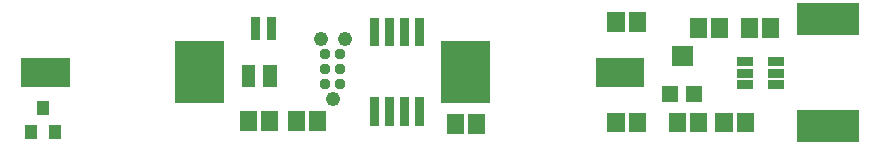
<source format=gbr>
G04 start of page 7 for group -4063 idx -4063 *
G04 Title: (unknown), componentmask *
G04 Creator: pcb 20140316 *
G04 CreationDate: Thu 20 Aug 2020 03:01:14 AM GMT UTC *
G04 For: railfan *
G04 Format: Gerber/RS-274X *
G04 PCB-Dimensions (mil): 3100.00 750.00 *
G04 PCB-Coordinate-Origin: lower left *
%MOIN*%
%FSLAX25Y25*%
%LNTOPMASK*%
%ADD56R,0.0690X0.0690*%
%ADD55R,0.0530X0.0530*%
%ADD54R,0.0304X0.0304*%
%ADD53R,0.1060X0.1060*%
%ADD52R,0.0300X0.0300*%
%ADD51R,0.0245X0.0245*%
%ADD50R,0.1620X0.1620*%
%ADD49R,0.0572X0.0572*%
%ADD48C,0.0370*%
%ADD47R,0.0980X0.0980*%
%ADD46R,0.0400X0.0400*%
%ADD45C,0.0001*%
%ADD44C,0.0490*%
G54D44*X115500Y30500D03*
X111500Y50500D03*
X119500D03*
G54D45*G36*
X281200Y25800D02*Y17200D01*
X289800D01*
Y25800D01*
X281200D01*
G37*
G36*
Y61300D02*Y52700D01*
X289800D01*
Y61300D01*
X281200D01*
G37*
G54D46*X15100Y19600D02*Y19000D01*
X22900Y19600D02*Y19000D01*
X19000Y27800D02*Y27200D01*
G54D47*X16500Y39250D02*X22900D01*
G54D48*X113000Y45500D03*
G54D49*X110543Y23393D02*Y22607D01*
X103457Y23393D02*Y22607D01*
X87457Y23393D02*Y22607D01*
X94543Y23393D02*Y22607D01*
G54D50*X71200Y41450D02*Y37050D01*
G54D51*X86413Y40559D02*X88500D01*
X86413Y38000D02*X88500D01*
X86413Y35441D02*X88500D01*
X93500D02*X95587D01*
X93500Y38000D02*X95587D01*
X93500Y40559D02*X95587D01*
G54D48*X118000Y35500D03*
X113000D03*
X118000Y40500D03*
X113000D03*
X118000Y45500D03*
G54D52*X95150Y56350D02*Y51650D01*
X89850Y56350D02*Y51650D01*
X129500Y29500D02*Y23000D01*
Y56000D02*Y49500D01*
X134500Y29500D02*Y23000D01*
X139500Y29500D02*Y23000D01*
X144500Y29500D02*Y23000D01*
Y56000D02*Y49500D01*
X139500Y56000D02*Y49500D01*
X134500Y56000D02*Y49500D01*
G54D53*X275500Y21500D02*X285500D01*
G54D54*X251642Y35260D02*X254004D01*
G54D55*X228099Y31950D02*X228100D01*
X235900D02*X235901D01*
G54D49*X217043Y22893D02*Y22107D01*
X209957Y22893D02*Y22107D01*
X253043Y22893D02*Y22107D01*
X245957Y22893D02*Y22107D01*
X230457Y22893D02*Y22107D01*
X237543Y22893D02*Y22107D01*
G54D53*X275500Y57000D02*X285500D01*
G54D49*X261543Y54393D02*Y53607D01*
X254457Y54393D02*Y53607D01*
G54D54*X251642Y42740D02*X254004D01*
X251642Y39000D02*X254004D01*
X261996Y35260D02*X264358D01*
X261996Y39000D02*X264358D01*
X261996Y42740D02*X264358D01*
G54D49*X237457Y54393D02*Y53607D01*
X244543Y54393D02*Y53607D01*
G54D56*X232000Y44750D02*X232001D01*
G54D49*X163543Y22393D02*Y21607D01*
X156457Y22393D02*Y21607D01*
G54D47*X208100Y39250D02*X214500D01*
G54D50*X159800Y41450D02*Y37050D01*
G54D49*X209957Y56393D02*Y55607D01*
X217043Y56393D02*Y55607D01*
M02*

</source>
